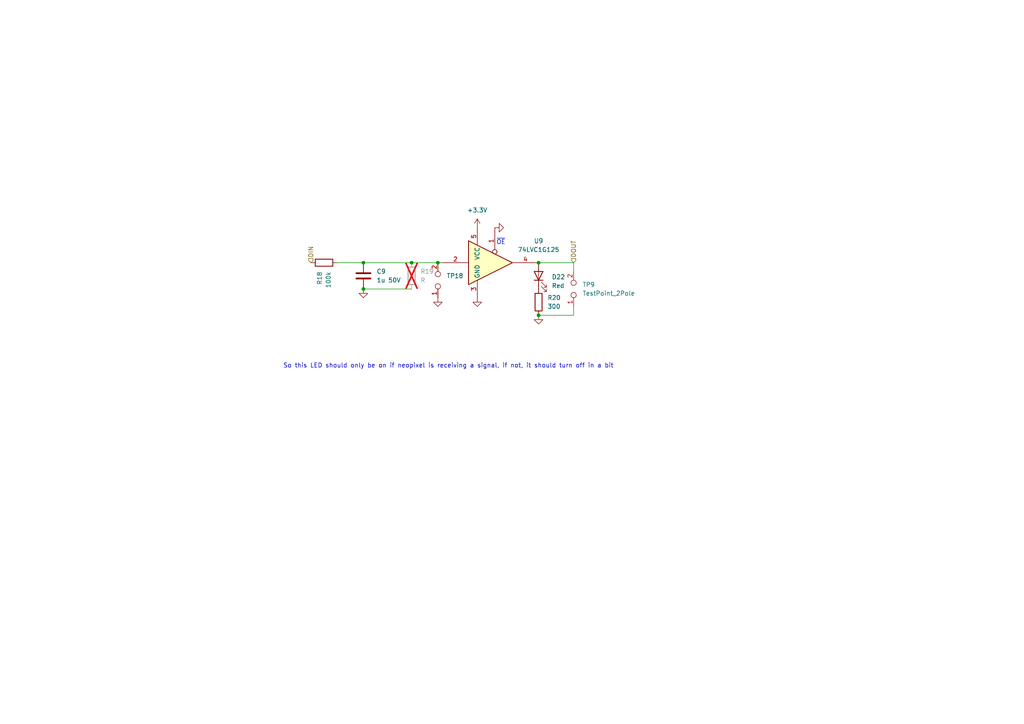
<source format=kicad_sch>
(kicad_sch (version 20231120) (generator "eeschema") (generator_version "8.0")
  (paper "A4")
  (lib_symbols
    (symbol "74xGxx:74LVC1G125"
      (property "Reference" "U" (at -10.16 7.62 0))
      (property "Value" "74LVC1G125" (at 2.54 -7.62 0))
      (symbol "74LVC1G125_0_1"
        (polyline (pts (xy -7.62 6.35) (xy -7.62 -6.35) (xy 5.08 0) (xy -7.62 6.35)) (stroke (width 0.254)) (fill (type background)))
      )
      (symbol "74LVC1G125_1_1"
        (pin input inverted (at 0 10.16 270) (length 7.62) (name "~") (number "1"))
        (pin input line (at -15.24 0 0) (length 7.62) (name "~") (number "2"))
        (pin power_in line (at -5.08 -10.16 90) (length 5.08) (name "GND") (number "3"))
        (pin tri_state line (at 12.7 0 180) (length 7.62) (name "~") (number "4"))
        (pin power_in line (at -5.08 10.16 270) (length 5.08) (name "VCC") (number "5"))
      )
    )
    (symbol "Connector:TestPoint_2Pole" (pin_names (offset 0.762) hide)
      (property "Reference" "TP" (at 0 1.524 0))
      (property "Value" "TestPoint_2Pole" (at 0 -1.778 0))
      (symbol "TestPoint_2Pole_0_1"
        (circle (center -1.778 0) (radius 0.762))
        (circle (center 1.778 0) (radius 0.762))
        (pin passive line (at -5.08 0 0) (length 2.54) (name "1") (number "1"))
        (pin passive line (at 5.08 0 180) (length 2.54) (name "2") (number "2"))
      )
    )
    (symbol "Device:C" (pin_numbers hide) (pin_names (offset 0.254))
      (property "Reference" "C" (at 0.635 2.54 0))
      (property "Value" "C" (at 0.635 -2.54 0))
      (symbol "C_0_1"
        (polyline (pts (xy -2.032 -0.762) (xy 2.032 -0.762)) (stroke (width 0.508)))
        (polyline (pts (xy -2.032 0.762) (xy 2.032 0.762)) (stroke (width 0.508)))
      )
      (symbol "C_1_1"
        (pin passive line (at 0 3.81 270) (length 2.794) (name "~") (number "1"))
        (pin passive line (at 0 -3.81 90) (length 2.794) (name "~") (number "2"))
      )
    )
    (symbol "Device:LED" (pin_numbers hide) (pin_names (offset 1.016) hide)
      (property "Reference" "D" (at 0 2.54 0))
      (property "Value" "LED" (at 0 -2.54 0))
      (symbol "LED_0_1"
        (polyline (pts (xy -1.27 -1.27) (xy -1.27 1.27)) (stroke (width 0.254)))
        (polyline (pts (xy -1.27 0) (xy 1.27 0)))
        (polyline (pts (xy 1.27 -1.27) (xy 1.27 1.27) (xy -1.27 0) (xy 1.27 -1.27)) (stroke (width 0.254)))
        (polyline (pts (xy -3.048 -0.762) (xy -4.572 -2.286) (xy -3.81 -2.286) (xy -4.572 -2.286) (xy -4.572 -1.524)))
        (polyline (pts (xy -1.778 -0.762) (xy -3.302 -2.286) (xy -2.54 -2.286) (xy -3.302 -2.286) (xy -3.302 -1.524)))
      )
      (symbol "LED_1_1"
        (pin passive line (at -3.81 0 0) (length 2.54) (name "K") (number "1"))
        (pin passive line (at 3.81 0 180) (length 2.54) (name "A") (number "2"))
      )
    )
    (symbol "Device:R" (pin_numbers hide) (pin_names (offset 0))
      (property "Reference" "R" (at 2.032 0 90))
      (property "Value" "R" (at 0 0 90))
      (symbol "R_0_1"
        (rectangle (start -1.016 -2.54) (end 1.016 2.54) (stroke (width 0.254)))
      )
      (symbol "R_1_1"
        (pin passive line (at 0 3.81 270) (length 1.27) (name "~") (number "1"))
        (pin passive line (at 0 -3.81 90) (length 1.27) (name "~") (number "2"))
      )
    )
    (symbol "power:+3.3V" (power) (pin_names (offset 0))
      (property "Value" "+3.3V" (at 0 3.556 0))
      (symbol "+3.3V_0_1"
        (polyline (pts (xy -0.762 1.27) (xy 0 2.54)))
        (polyline (pts (xy 0 0) (xy 0 2.54)))
        (polyline (pts (xy 0 2.54) (xy 0.762 1.27)))
      )
      (symbol "+3.3V_1_1"
        (pin power_in line (at 0 0 90) (length 0) hide (name "+3.3V") (number "1"))
      )
    )
    (symbol "power:GND" (power) (pin_names (offset 0))
      (property "Value" "GND" (at 0 -3.81 0))
      (symbol "GND_0_1"
        (polyline (pts (xy 0 0) (xy 0 -1.27) (xy 1.27 -1.27) (xy 0 -2.54) (xy -1.27 -1.27) (xy 0 -1.27)))
      )
      (symbol "GND_1_1"
        (pin power_in line (at 0 0 270) (length 0) hide (name "GND") (number "1"))
      )
    )
  )
  (junction (at 156.21 76.2))
  (junction (at 105.41 76.2))
  (junction (at 105.41 83.82))
  (junction (at 156.21 91.44))
  (junction (at 127 76.2))
  (junction (at 119.38 76.2))
  (wire (pts (xy 127 76.2) (xy 128.27 76.2)))
  (wire (pts (xy 105.41 76.2) (xy 119.38 76.2)))
  (wire (pts (xy 105.41 83.82) (xy 119.38 83.82)))
  (wire (pts (xy 119.38 76.2) (xy 127 76.2)))
  (wire (pts (xy 166.37 78.74) (xy 166.37 76.2)))
  (wire (pts (xy 166.37 76.2) (xy 156.21 76.2)))
  (wire (pts (xy 166.37 88.9) (xy 166.37 91.44)))
  (wire (pts (xy 166.37 91.44) (xy 156.21 91.44)))
  (wire (pts (xy 97.79 76.2) (xy 105.41 76.2)))
  (text "~{OE}" (at 145.288 70.358 0) (effects (font (size 1.27 1.27))))
  (text "So this LED should only be on if neopixel is receiving a signal, if not, it should turn off in a bit" (at 130.048 106.172 0) (effects (font (size 1.27 1.27))))
  (hierarchical_label "DOUT" (shape input) (at 166.37 76.2 90))
  (hierarchical_label "DIN" (shape input) (at 90.17 76.2 90))
  (symbol (lib_id "power:GND") (at 143.51 66.04 90) (unit 1)
    (property "Reference" "#PWR058" (effects (hide yes)))
    (property "Value" "GND" (effects (hide yes)))
    (instances (project "tester" (path "" (reference "#PWR058") (unit 1)) (path "" (reference "#PWR063") (unit 1)) (path "" (reference "#PWR055") (unit 1))))
  )
  (symbol (lib_id "Connector:TestPoint_2Pole") (at 127 81.28 90) (unit 1)
    (property "Reference" "TP18" (at 129.54 80.0099 90) (effects (justify right)))
    (property "Value" "TestPoint_2Pole" (effects (hide yes)))
    (property "Footprint" "TestPoint:TestPoint_2Pads_Pitch2.54mm_Drill0.8mm" (effects (hide yes)))
    (property "Description" "2-polar test point" (effects (hide yes)))
    (instances (project "tester" (path "" (reference "TP18") (unit 1)) (path "" (reference "TP19") (unit 1)) (path "" (reference "TP20") (unit 1))))
  )
  (symbol (lib_id "power:+3.3V") (at 138.43 66.04 0) (unit 1)
    (property "Reference" "#PWR051" (effects (hide yes)))
    (property "Value" "+3.3V" (at 138.43 60.96 0))
    (instances (project "tester" (path "" (reference "#PWR051") (unit 1)) (path "" (reference "#PWR061") (unit 1)) (path "" (reference "#PWR053") (unit 1))))
  )
  (symbol (lib_id "power:GND") (at 138.43 86.36 0) (unit 1)
    (property "Reference" "#PWR057" (effects (hide yes)))
    (property "Value" "GND" (effects (hide yes)))
    (instances (project "tester" (path "" (reference "#PWR057") (unit 1)) (path "" (reference "#PWR062") (unit 1)) (path "" (reference "#PWR054") (unit 1))))
  )
  (symbol (lib_id "74xGxx:74LVC1G125") (at 143.51 76.2 0) (unit 1)
    (property "Reference" "U9" (at 156.21 69.8814 0))
    (property "Value" "74LVC1G125" (at 156.21 72.4214 0))
    (property "Footprint" "Package_TO_SOT_SMD:SOT-23-5_HandSoldering" (effects (hide yes)))
    (property "Datasheet" "https://www.ti.com/lit/ds/symlink/sn74lvc1g125.pdf" (effects (hide yes)))
    (property "Description" "Single Buffer Gate Tri-State, Low-Voltage CMOS" (effects (hide yes)))
    (instances (project "tester" (path "" (reference "U9") (unit 1)) (path "" (reference "U10") (unit 1)) (path "" (reference "U8") (unit 1))))
  )
  (symbol (lib_id "Device:LED") (at 156.21 80.01 90) (unit 1)
    (property "Reference" "D22" (at 160.02 80.3274 90) (effects (justify right)))
    (property "Value" "Red" (at 160.02 82.8674 90) (effects (justify right)))
    (property "Footprint" "LED_SMD:LED_0603_1608Metric" (effects (hide yes)))
    (property "Description" "Light emitting diode" (effects (hide yes)))
    (instances (project "tester" (path "" (reference "D22") (unit 1)) (path "" (reference "D23") (unit 1)) (path "" (reference "D24") (unit 1))))
  )
  (symbol (lib_id "power:GND") (at 105.41 83.82 0) (unit 1)
    (property "Reference" "#PWR050" (effects (hide yes)))
    (property "Value" "GND" (effects (hide yes)))
    (instances (project "tester" (path "" (reference "#PWR050") (unit 1)) (path "" (reference "#PWR060") (unit 1)) (path "" (reference "#PWR052") (unit 1))))
  )
  (symbol (lib_id "Connector:TestPoint_2Pole") (at 166.37 83.82 90) (unit 1)
    (property "Reference" "TP9" (at 168.91 82.5499 90) (effects (justify right)))
    (property "Value" "TestPoint_2Pole" (at 168.91 85.0899 90) (effects (justify right)))
    (property "Footprint" "TestPoint:TestPoint_2Pads_Pitch2.54mm_Drill0.8mm" (effects (hide yes)))
    (property "Description" "2-polar test point" (effects (hide yes)))
    (instances (project "tester" (path "" (reference "TP9") (unit 1)) (path "" (reference "TP10") (unit 1)) (path "" (reference "TP8") (unit 1))))
  )
  (symbol (lib_id "Device:C") (at 105.41 80.01 0) (unit 1)
    (property "Reference" "C9" (at 109.22 78.7399 0) (effects (justify left)))
    (property "Value" "1u 50V" (at 109.22 81.2799 0) (effects (justify left)))
    (property "Footprint" "Capacitor_SMD:C_0805_2012Metric_Pad1.18x1.45mm_HandSolder" (effects (hide yes)))
    (property "Description" "Unpolarized capacitor" (effects (hide yes)))
    (instances (project "tester" (path "" (reference "C9") (unit 1)) (path "" (reference "C10") (unit 1)) (path "" (reference "C8") (unit 1))))
  )
  (symbol (lib_id "power:GND") (at 156.21 91.44 0) (unit 1)
    (property "Reference" "#PWR059" (effects (hide yes)))
    (property "Value" "GND" (effects (hide yes)))
    (instances (project "tester" (path "" (reference "#PWR059") (unit 1)) (path "" (reference "#PWR064") (unit 1)) (path "" (reference "#PWR056") (unit 1))))
  )
  (symbol (lib_id "power:GND") (at 127 86.36 0) (unit 1)
    (property "Reference" "#PWR0119" (effects (hide yes)))
    (property "Value" "GND" (effects (hide yes)))
    (instances (project "tester" (path "" (reference "#PWR0119") (unit 1)) (path "" (reference "#PWR0120") (unit 1)) (path "" (reference "#PWR0121") (unit 1))))
  )
  (symbol (lib_id "Device:R") (at 156.21 87.63 0) (unit 1)
    (property "Reference" "R20" (at 158.75 86.3599 0) (effects (justify left)))
    (property "Value" "300" (at 158.75 88.8999 0) (effects (justify left)))
    (property "Footprint" "Resistor_SMD:R_0603_1608Metric" (effects (hide yes)))
    (property "Description" "Resistor" (effects (hide yes)))
    (instances (project "tester" (path "" (reference "R20") (unit 1)) (path "" (reference "R23") (unit 1)) (path "" (reference "R16") (unit 1))))
  )
  (symbol (lib_id "Device:R") (at 119.38 80.01 0) (unit 1) (dnp yes)
    (property "Reference" "R19" (at 121.92 78.7399 0) (effects (justify left)))
    (property "Value" "R" (at 121.92 81.2799 0) (effects (justify left)))
    (property "Footprint" "Resistor_SMD:R_0805_2012Metric_Pad1.20x1.40mm_HandSolder" (effects (hide yes)))
    (property "Description" "Resistor" (effects (hide yes)))
    (instances (project "tester" (path "" (reference "R19") (unit 1)) (path "" (reference "R22") (unit 1)) (path "" (reference "R17") (unit 1))))
  )
  (symbol (lib_id "Device:R") (at 93.98 76.2 270) (mirror x) (unit 1)
    (property "Reference" "R18" (at 92.7099 78.74 0) (effects (justify right)))
    (property "Value" "100k" (at 95.2499 78.74 0) (effects (justify right)))
    (property "Footprint" "Resistor_SMD:R_0805_2012Metric_Pad1.20x1.40mm_HandSolder" (effects (hide yes)))
    (property "Description" "Resistor" (effects (hide yes)))
    (instances (project "tester" (path "" (reference "R18") (unit 1)) (path "" (reference "R21") (unit 1)) (path "" (reference "R15") (unit 1))))
  )
)
</source>
